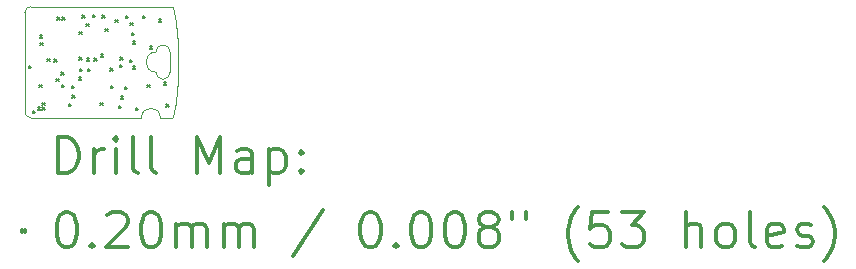
<source format=gbr>
%FSLAX45Y45*%
G04 Gerber Fmt 4.5, Leading zero omitted, Abs format (unit mm)*
G04 Created by KiCad (PCBNEW (5.0.1)-3) date 04/09/19 12:41:31*
%MOMM*%
%LPD*%
G01*
G04 APERTURE LIST*
%ADD10C,0.010000*%
%ADD11C,0.050000*%
%ADD12C,0.200000*%
%ADD13C,0.300000*%
G04 APERTURE END LIST*
D10*
X2932500Y-2265000D02*
G75*
G02X2812500Y-2265000I-60000J0D01*
G01*
X2932500Y-2095000D02*
G75*
G03X2812500Y-2095000I-60000J0D01*
G01*
X2812500Y-2095000D02*
G75*
G03X2812500Y-2265000I0J-85000D01*
G01*
D11*
X2850000Y-2650000D02*
G75*
G03X2690000Y-2650000I-80000J0D01*
G01*
X2850000Y-2650000D02*
X2952500Y-2650000D01*
D10*
X2932500Y-2095000D02*
X2932500Y-2265000D01*
D11*
X1752500Y-1710000D02*
G75*
G03X1702500Y-1760000I0J-50000D01*
G01*
X1702500Y-2600000D02*
G75*
G03X1752500Y-2650000I50000J0D01*
G01*
X1702500Y-1760000D02*
X1702500Y-2600000D01*
X2952500Y-1710000D02*
X1752500Y-1710000D01*
X1752500Y-2650000D02*
X2690000Y-2650000D01*
X3002500Y-2180000D02*
X3002500Y-2167000D01*
X3002500Y-2167000D02*
X3002500Y-2153000D01*
X3002500Y-2153000D02*
X3002500Y-2140000D01*
X3002500Y-2140000D02*
X3002500Y-2126000D01*
X3002500Y-2126000D02*
X3001500Y-2113000D01*
X3001500Y-2113000D02*
X3001500Y-2099000D01*
X3001500Y-2099000D02*
X3001500Y-2086000D01*
X3001500Y-2086000D02*
X3000500Y-2073000D01*
X3000500Y-2073000D02*
X3000500Y-2059000D01*
X3000500Y-2059000D02*
X2999500Y-2046000D01*
X2999500Y-2046000D02*
X2998500Y-2033000D01*
X2998500Y-2033000D02*
X2998500Y-2020000D01*
X2998500Y-2020000D02*
X2997500Y-2007000D01*
X2997500Y-2007000D02*
X2996500Y-1995000D01*
X2996500Y-1995000D02*
X2995500Y-1982000D01*
X2995500Y-1982000D02*
X2994500Y-1970000D01*
X2994500Y-1970000D02*
X2993500Y-1957000D01*
X2993500Y-1957000D02*
X2992500Y-1945000D01*
X2992500Y-1945000D02*
X2991500Y-1933000D01*
X2991500Y-1933000D02*
X2990500Y-1921000D01*
X2990500Y-1921000D02*
X2989500Y-1909000D01*
X2989500Y-1909000D02*
X2988500Y-1897000D01*
X2988500Y-1897000D02*
X2986500Y-1886000D01*
X2986500Y-1886000D02*
X2985500Y-1874000D01*
X2985500Y-1874000D02*
X2984500Y-1863000D01*
X2984500Y-1863000D02*
X2982500Y-1852000D01*
X2982500Y-1852000D02*
X2981500Y-1842000D01*
X2981500Y-1842000D02*
X2979500Y-1831000D01*
X2979500Y-1831000D02*
X2978500Y-1821000D01*
X2978500Y-1821000D02*
X2976500Y-1811000D01*
X2976500Y-1811000D02*
X2974500Y-1801000D01*
X2974500Y-1801000D02*
X2973500Y-1791000D01*
X2973500Y-1791000D02*
X2971500Y-1782000D01*
X2971500Y-1782000D02*
X2969500Y-1772000D01*
X2969500Y-1772000D02*
X2967500Y-1764000D01*
X2967500Y-1764000D02*
X2965500Y-1755000D01*
X2965500Y-1755000D02*
X2964500Y-1746000D01*
X2964500Y-1746000D02*
X2962500Y-1738000D01*
X2962500Y-1738000D02*
X2960500Y-1730000D01*
X2960500Y-1730000D02*
X2958500Y-1723000D01*
X2958500Y-1723000D02*
X2955500Y-1715000D01*
X2955500Y-1715000D02*
X2952500Y-1710000D01*
X2952500Y-2650000D02*
X2955500Y-2645000D01*
X2955500Y-2645000D02*
X2958500Y-2637000D01*
X2958500Y-2637000D02*
X2960500Y-2630000D01*
X2960500Y-2630000D02*
X2962500Y-2622000D01*
X2962500Y-2622000D02*
X2964500Y-2614000D01*
X2964500Y-2614000D02*
X2965500Y-2605000D01*
X2965500Y-2605000D02*
X2967500Y-2596000D01*
X2967500Y-2596000D02*
X2969500Y-2588000D01*
X2969500Y-2588000D02*
X2971500Y-2578000D01*
X2971500Y-2578000D02*
X2973500Y-2569000D01*
X2973500Y-2569000D02*
X2974500Y-2559000D01*
X2974500Y-2559000D02*
X2976500Y-2549000D01*
X2976500Y-2549000D02*
X2978500Y-2539000D01*
X2978500Y-2539000D02*
X2979500Y-2529000D01*
X2979500Y-2529000D02*
X2981500Y-2518000D01*
X2981500Y-2518000D02*
X2982500Y-2508000D01*
X2982500Y-2508000D02*
X2984500Y-2497000D01*
X2984500Y-2497000D02*
X2985500Y-2486000D01*
X2985500Y-2486000D02*
X2986500Y-2474000D01*
X2986500Y-2474000D02*
X2988500Y-2463000D01*
X2988500Y-2463000D02*
X2989500Y-2451000D01*
X2989500Y-2451000D02*
X2990500Y-2439000D01*
X2990500Y-2439000D02*
X2991500Y-2427000D01*
X2991500Y-2427000D02*
X2992500Y-2415000D01*
X2992500Y-2415000D02*
X2993500Y-2403000D01*
X2993500Y-2403000D02*
X2994500Y-2390000D01*
X2994500Y-2390000D02*
X2995500Y-2378000D01*
X2995500Y-2378000D02*
X2996500Y-2365000D01*
X2996500Y-2365000D02*
X2997500Y-2353000D01*
X2997500Y-2353000D02*
X2998500Y-2340000D01*
X2998500Y-2340000D02*
X2998500Y-2327000D01*
X2998500Y-2327000D02*
X2999500Y-2314000D01*
X2999500Y-2314000D02*
X3000500Y-2301000D01*
X3000500Y-2301000D02*
X3000500Y-2287000D01*
X3000500Y-2287000D02*
X3001500Y-2274000D01*
X3001500Y-2274000D02*
X3001500Y-2261000D01*
X3001500Y-2261000D02*
X3001500Y-2247000D01*
X3001500Y-2247000D02*
X3002500Y-2234000D01*
X3002500Y-2234000D02*
X3002500Y-2220000D01*
X3002500Y-2220000D02*
X3002500Y-2207000D01*
X3002500Y-2207000D02*
X3002500Y-2193000D01*
X3002500Y-2193000D02*
X3002500Y-2180000D01*
D12*
X1735000Y-2212500D02*
X1755000Y-2232500D01*
X1755000Y-2212500D02*
X1735000Y-2232500D01*
X1770000Y-2592500D02*
X1790000Y-2612500D01*
X1790000Y-2592500D02*
X1770000Y-2612500D01*
X1810000Y-2562500D02*
X1830000Y-2582500D01*
X1830000Y-2562500D02*
X1810000Y-2582500D01*
X1825000Y-2375000D02*
X1845000Y-2395000D01*
X1845000Y-2375000D02*
X1825000Y-2395000D01*
X1830000Y-1952500D02*
X1850000Y-1972500D01*
X1850000Y-1952500D02*
X1830000Y-1972500D01*
X1832500Y-2017500D02*
X1852500Y-2037500D01*
X1852500Y-2017500D02*
X1832500Y-2037500D01*
X1850000Y-2522500D02*
X1870000Y-2542500D01*
X1870000Y-2522500D02*
X1850000Y-2542500D01*
X1850000Y-2562500D02*
X1870000Y-2582500D01*
X1870000Y-2562500D02*
X1850000Y-2582500D01*
X1892500Y-2152500D02*
X1912500Y-2172500D01*
X1912500Y-2152500D02*
X1892500Y-2172500D01*
X1952500Y-2155000D02*
X1972500Y-2175000D01*
X1972500Y-2155000D02*
X1952500Y-2175000D01*
X1970000Y-2320000D02*
X1990000Y-2340000D01*
X1990000Y-2320000D02*
X1970000Y-2340000D01*
X1977500Y-1800000D02*
X1997500Y-1820000D01*
X1997500Y-1800000D02*
X1977500Y-1820000D01*
X2012500Y-2267500D02*
X2032500Y-2287500D01*
X2032500Y-2267500D02*
X2012500Y-2287500D01*
X2015000Y-2372500D02*
X2035000Y-2392500D01*
X2035000Y-2372500D02*
X2015000Y-2392500D01*
X2020000Y-1800000D02*
X2040000Y-1820000D01*
X2040000Y-1800000D02*
X2020000Y-1820000D01*
X2077500Y-2532500D02*
X2097500Y-2552500D01*
X2097500Y-2532500D02*
X2077500Y-2552500D01*
X2100000Y-2380000D02*
X2120000Y-2400000D01*
X2120000Y-2380000D02*
X2100000Y-2400000D01*
X2105000Y-2462500D02*
X2125000Y-2482500D01*
X2125000Y-2462500D02*
X2105000Y-2482500D01*
X2160000Y-2310000D02*
X2180000Y-2330000D01*
X2180000Y-2310000D02*
X2160000Y-2330000D01*
X2162500Y-2140000D02*
X2182500Y-2160000D01*
X2182500Y-2140000D02*
X2162500Y-2160000D01*
X2165000Y-1922500D02*
X2185000Y-1942500D01*
X2185000Y-1922500D02*
X2165000Y-1942500D01*
X2170000Y-2235000D02*
X2190000Y-2255000D01*
X2190000Y-2235000D02*
X2170000Y-2255000D01*
X2190000Y-1782500D02*
X2210000Y-1802500D01*
X2210000Y-1782500D02*
X2190000Y-1802500D01*
X2224000Y-1858500D02*
X2244000Y-1878500D01*
X2244000Y-1858500D02*
X2224000Y-1878500D01*
X2230000Y-2147500D02*
X2250000Y-2167500D01*
X2250000Y-2147500D02*
X2230000Y-2167500D01*
X2235000Y-2237500D02*
X2255000Y-2257500D01*
X2255000Y-2237500D02*
X2235000Y-2257500D01*
X2278000Y-1779500D02*
X2298000Y-1799500D01*
X2298000Y-1779500D02*
X2278000Y-1799500D01*
X2290000Y-2147500D02*
X2310000Y-2167500D01*
X2310000Y-2147500D02*
X2290000Y-2167500D01*
X2342500Y-2527500D02*
X2362500Y-2547500D01*
X2362500Y-2527500D02*
X2342500Y-2547500D01*
X2345000Y-2115000D02*
X2365000Y-2135000D01*
X2365000Y-2115000D02*
X2345000Y-2135000D01*
X2359000Y-1785500D02*
X2379000Y-1805500D01*
X2379000Y-1785500D02*
X2359000Y-1805500D01*
X2383000Y-1899500D02*
X2403000Y-1919500D01*
X2403000Y-1899500D02*
X2383000Y-1919500D01*
X2425000Y-2232500D02*
X2445000Y-2252500D01*
X2445000Y-2232500D02*
X2425000Y-2252500D01*
X2430000Y-2380000D02*
X2450000Y-2400000D01*
X2450000Y-2380000D02*
X2430000Y-2400000D01*
X2470000Y-1824500D02*
X2490000Y-1844500D01*
X2490000Y-1824500D02*
X2470000Y-1844500D01*
X2497500Y-2552500D02*
X2517500Y-2572500D01*
X2517500Y-2552500D02*
X2497500Y-2572500D01*
X2505000Y-2205000D02*
X2525000Y-2225000D01*
X2525000Y-2205000D02*
X2505000Y-2225000D01*
X2510000Y-2140000D02*
X2530000Y-2160000D01*
X2530000Y-2140000D02*
X2510000Y-2160000D01*
X2517500Y-2470000D02*
X2537500Y-2490000D01*
X2537500Y-2470000D02*
X2517500Y-2490000D01*
X2547500Y-2387500D02*
X2567500Y-2407500D01*
X2567500Y-2387500D02*
X2547500Y-2407500D01*
X2560000Y-1787500D02*
X2580000Y-1807500D01*
X2580000Y-1787500D02*
X2560000Y-1807500D01*
X2592500Y-2160000D02*
X2612500Y-2180000D01*
X2612500Y-2160000D02*
X2592500Y-2180000D01*
X2595000Y-1847500D02*
X2615000Y-1867500D01*
X2615000Y-1847500D02*
X2595000Y-1867500D01*
X2607000Y-1932500D02*
X2627000Y-1952500D01*
X2627000Y-1932500D02*
X2607000Y-1952500D01*
X2616000Y-2005500D02*
X2636000Y-2025500D01*
X2636000Y-2005500D02*
X2616000Y-2025500D01*
X2617500Y-2215000D02*
X2637500Y-2235000D01*
X2637500Y-2215000D02*
X2617500Y-2235000D01*
X2642500Y-2565000D02*
X2662500Y-2585000D01*
X2662500Y-2565000D02*
X2642500Y-2585000D01*
X2700000Y-1787500D02*
X2720000Y-1807500D01*
X2720000Y-1787500D02*
X2700000Y-1807500D01*
X2740000Y-2372500D02*
X2760000Y-2392500D01*
X2760000Y-2372500D02*
X2740000Y-2392500D01*
X2760000Y-2045000D02*
X2780000Y-2065000D01*
X2780000Y-2045000D02*
X2760000Y-2065000D01*
X2835000Y-1817500D02*
X2855000Y-1837500D01*
X2855000Y-1817500D02*
X2835000Y-1837500D01*
X2880000Y-2352500D02*
X2900000Y-2372500D01*
X2900000Y-2352500D02*
X2880000Y-2372500D01*
X2901000Y-2538500D02*
X2921000Y-2558500D01*
X2921000Y-2538500D02*
X2901000Y-2558500D01*
D13*
X1986428Y-3118214D02*
X1986428Y-2818214D01*
X2057857Y-2818214D01*
X2100714Y-2832500D01*
X2129286Y-2861071D01*
X2143571Y-2889643D01*
X2157857Y-2946786D01*
X2157857Y-2989643D01*
X2143571Y-3046786D01*
X2129286Y-3075357D01*
X2100714Y-3103929D01*
X2057857Y-3118214D01*
X1986428Y-3118214D01*
X2286428Y-3118214D02*
X2286428Y-2918214D01*
X2286428Y-2975357D02*
X2300714Y-2946786D01*
X2315000Y-2932500D01*
X2343571Y-2918214D01*
X2372143Y-2918214D01*
X2472143Y-3118214D02*
X2472143Y-2918214D01*
X2472143Y-2818214D02*
X2457857Y-2832500D01*
X2472143Y-2846786D01*
X2486428Y-2832500D01*
X2472143Y-2818214D01*
X2472143Y-2846786D01*
X2657857Y-3118214D02*
X2629286Y-3103929D01*
X2615000Y-3075357D01*
X2615000Y-2818214D01*
X2815000Y-3118214D02*
X2786428Y-3103929D01*
X2772143Y-3075357D01*
X2772143Y-2818214D01*
X3157857Y-3118214D02*
X3157857Y-2818214D01*
X3257857Y-3032500D01*
X3357857Y-2818214D01*
X3357857Y-3118214D01*
X3629286Y-3118214D02*
X3629286Y-2961071D01*
X3615000Y-2932500D01*
X3586428Y-2918214D01*
X3529286Y-2918214D01*
X3500714Y-2932500D01*
X3629286Y-3103929D02*
X3600714Y-3118214D01*
X3529286Y-3118214D01*
X3500714Y-3103929D01*
X3486428Y-3075357D01*
X3486428Y-3046786D01*
X3500714Y-3018214D01*
X3529286Y-3003929D01*
X3600714Y-3003929D01*
X3629286Y-2989643D01*
X3772143Y-2918214D02*
X3772143Y-3218214D01*
X3772143Y-2932500D02*
X3800714Y-2918214D01*
X3857857Y-2918214D01*
X3886428Y-2932500D01*
X3900714Y-2946786D01*
X3915000Y-2975357D01*
X3915000Y-3061071D01*
X3900714Y-3089643D01*
X3886428Y-3103929D01*
X3857857Y-3118214D01*
X3800714Y-3118214D01*
X3772143Y-3103929D01*
X4043571Y-3089643D02*
X4057857Y-3103929D01*
X4043571Y-3118214D01*
X4029286Y-3103929D01*
X4043571Y-3089643D01*
X4043571Y-3118214D01*
X4043571Y-2932500D02*
X4057857Y-2946786D01*
X4043571Y-2961071D01*
X4029286Y-2946786D01*
X4043571Y-2932500D01*
X4043571Y-2961071D01*
X1680000Y-3602500D02*
X1700000Y-3622500D01*
X1700000Y-3602500D02*
X1680000Y-3622500D01*
X2043571Y-3448214D02*
X2072143Y-3448214D01*
X2100714Y-3462500D01*
X2115000Y-3476786D01*
X2129286Y-3505357D01*
X2143571Y-3562500D01*
X2143571Y-3633929D01*
X2129286Y-3691071D01*
X2115000Y-3719643D01*
X2100714Y-3733929D01*
X2072143Y-3748214D01*
X2043571Y-3748214D01*
X2015000Y-3733929D01*
X2000714Y-3719643D01*
X1986428Y-3691071D01*
X1972143Y-3633929D01*
X1972143Y-3562500D01*
X1986428Y-3505357D01*
X2000714Y-3476786D01*
X2015000Y-3462500D01*
X2043571Y-3448214D01*
X2272143Y-3719643D02*
X2286428Y-3733929D01*
X2272143Y-3748214D01*
X2257857Y-3733929D01*
X2272143Y-3719643D01*
X2272143Y-3748214D01*
X2400714Y-3476786D02*
X2415000Y-3462500D01*
X2443571Y-3448214D01*
X2515000Y-3448214D01*
X2543571Y-3462500D01*
X2557857Y-3476786D01*
X2572143Y-3505357D01*
X2572143Y-3533929D01*
X2557857Y-3576786D01*
X2386428Y-3748214D01*
X2572143Y-3748214D01*
X2757857Y-3448214D02*
X2786428Y-3448214D01*
X2815000Y-3462500D01*
X2829286Y-3476786D01*
X2843571Y-3505357D01*
X2857857Y-3562500D01*
X2857857Y-3633929D01*
X2843571Y-3691071D01*
X2829286Y-3719643D01*
X2815000Y-3733929D01*
X2786428Y-3748214D01*
X2757857Y-3748214D01*
X2729286Y-3733929D01*
X2715000Y-3719643D01*
X2700714Y-3691071D01*
X2686428Y-3633929D01*
X2686428Y-3562500D01*
X2700714Y-3505357D01*
X2715000Y-3476786D01*
X2729286Y-3462500D01*
X2757857Y-3448214D01*
X2986428Y-3748214D02*
X2986428Y-3548214D01*
X2986428Y-3576786D02*
X3000714Y-3562500D01*
X3029286Y-3548214D01*
X3072143Y-3548214D01*
X3100714Y-3562500D01*
X3115000Y-3591071D01*
X3115000Y-3748214D01*
X3115000Y-3591071D02*
X3129286Y-3562500D01*
X3157857Y-3548214D01*
X3200714Y-3548214D01*
X3229286Y-3562500D01*
X3243571Y-3591071D01*
X3243571Y-3748214D01*
X3386428Y-3748214D02*
X3386428Y-3548214D01*
X3386428Y-3576786D02*
X3400714Y-3562500D01*
X3429286Y-3548214D01*
X3472143Y-3548214D01*
X3500714Y-3562500D01*
X3515000Y-3591071D01*
X3515000Y-3748214D01*
X3515000Y-3591071D02*
X3529286Y-3562500D01*
X3557857Y-3548214D01*
X3600714Y-3548214D01*
X3629286Y-3562500D01*
X3643571Y-3591071D01*
X3643571Y-3748214D01*
X4229286Y-3433929D02*
X3972143Y-3819643D01*
X4615000Y-3448214D02*
X4643571Y-3448214D01*
X4672143Y-3462500D01*
X4686428Y-3476786D01*
X4700714Y-3505357D01*
X4715000Y-3562500D01*
X4715000Y-3633929D01*
X4700714Y-3691071D01*
X4686428Y-3719643D01*
X4672143Y-3733929D01*
X4643571Y-3748214D01*
X4615000Y-3748214D01*
X4586428Y-3733929D01*
X4572143Y-3719643D01*
X4557857Y-3691071D01*
X4543571Y-3633929D01*
X4543571Y-3562500D01*
X4557857Y-3505357D01*
X4572143Y-3476786D01*
X4586428Y-3462500D01*
X4615000Y-3448214D01*
X4843571Y-3719643D02*
X4857857Y-3733929D01*
X4843571Y-3748214D01*
X4829286Y-3733929D01*
X4843571Y-3719643D01*
X4843571Y-3748214D01*
X5043571Y-3448214D02*
X5072143Y-3448214D01*
X5100714Y-3462500D01*
X5115000Y-3476786D01*
X5129286Y-3505357D01*
X5143571Y-3562500D01*
X5143571Y-3633929D01*
X5129286Y-3691071D01*
X5115000Y-3719643D01*
X5100714Y-3733929D01*
X5072143Y-3748214D01*
X5043571Y-3748214D01*
X5015000Y-3733929D01*
X5000714Y-3719643D01*
X4986428Y-3691071D01*
X4972143Y-3633929D01*
X4972143Y-3562500D01*
X4986428Y-3505357D01*
X5000714Y-3476786D01*
X5015000Y-3462500D01*
X5043571Y-3448214D01*
X5329286Y-3448214D02*
X5357857Y-3448214D01*
X5386428Y-3462500D01*
X5400714Y-3476786D01*
X5415000Y-3505357D01*
X5429286Y-3562500D01*
X5429286Y-3633929D01*
X5415000Y-3691071D01*
X5400714Y-3719643D01*
X5386428Y-3733929D01*
X5357857Y-3748214D01*
X5329286Y-3748214D01*
X5300714Y-3733929D01*
X5286428Y-3719643D01*
X5272143Y-3691071D01*
X5257857Y-3633929D01*
X5257857Y-3562500D01*
X5272143Y-3505357D01*
X5286428Y-3476786D01*
X5300714Y-3462500D01*
X5329286Y-3448214D01*
X5600714Y-3576786D02*
X5572143Y-3562500D01*
X5557857Y-3548214D01*
X5543571Y-3519643D01*
X5543571Y-3505357D01*
X5557857Y-3476786D01*
X5572143Y-3462500D01*
X5600714Y-3448214D01*
X5657857Y-3448214D01*
X5686428Y-3462500D01*
X5700714Y-3476786D01*
X5715000Y-3505357D01*
X5715000Y-3519643D01*
X5700714Y-3548214D01*
X5686428Y-3562500D01*
X5657857Y-3576786D01*
X5600714Y-3576786D01*
X5572143Y-3591071D01*
X5557857Y-3605357D01*
X5543571Y-3633929D01*
X5543571Y-3691071D01*
X5557857Y-3719643D01*
X5572143Y-3733929D01*
X5600714Y-3748214D01*
X5657857Y-3748214D01*
X5686428Y-3733929D01*
X5700714Y-3719643D01*
X5715000Y-3691071D01*
X5715000Y-3633929D01*
X5700714Y-3605357D01*
X5686428Y-3591071D01*
X5657857Y-3576786D01*
X5829286Y-3448214D02*
X5829286Y-3505357D01*
X5943571Y-3448214D02*
X5943571Y-3505357D01*
X6386428Y-3862500D02*
X6372143Y-3848214D01*
X6343571Y-3805357D01*
X6329286Y-3776786D01*
X6315000Y-3733929D01*
X6300714Y-3662500D01*
X6300714Y-3605357D01*
X6315000Y-3533929D01*
X6329286Y-3491071D01*
X6343571Y-3462500D01*
X6372143Y-3419643D01*
X6386428Y-3405357D01*
X6643571Y-3448214D02*
X6500714Y-3448214D01*
X6486428Y-3591071D01*
X6500714Y-3576786D01*
X6529286Y-3562500D01*
X6600714Y-3562500D01*
X6629286Y-3576786D01*
X6643571Y-3591071D01*
X6657857Y-3619643D01*
X6657857Y-3691071D01*
X6643571Y-3719643D01*
X6629286Y-3733929D01*
X6600714Y-3748214D01*
X6529286Y-3748214D01*
X6500714Y-3733929D01*
X6486428Y-3719643D01*
X6757857Y-3448214D02*
X6943571Y-3448214D01*
X6843571Y-3562500D01*
X6886428Y-3562500D01*
X6915000Y-3576786D01*
X6929286Y-3591071D01*
X6943571Y-3619643D01*
X6943571Y-3691071D01*
X6929286Y-3719643D01*
X6915000Y-3733929D01*
X6886428Y-3748214D01*
X6800714Y-3748214D01*
X6772143Y-3733929D01*
X6757857Y-3719643D01*
X7300714Y-3748214D02*
X7300714Y-3448214D01*
X7429286Y-3748214D02*
X7429286Y-3591071D01*
X7415000Y-3562500D01*
X7386428Y-3548214D01*
X7343571Y-3548214D01*
X7315000Y-3562500D01*
X7300714Y-3576786D01*
X7615000Y-3748214D02*
X7586428Y-3733929D01*
X7572143Y-3719643D01*
X7557857Y-3691071D01*
X7557857Y-3605357D01*
X7572143Y-3576786D01*
X7586428Y-3562500D01*
X7615000Y-3548214D01*
X7657857Y-3548214D01*
X7686428Y-3562500D01*
X7700714Y-3576786D01*
X7715000Y-3605357D01*
X7715000Y-3691071D01*
X7700714Y-3719643D01*
X7686428Y-3733929D01*
X7657857Y-3748214D01*
X7615000Y-3748214D01*
X7886428Y-3748214D02*
X7857857Y-3733929D01*
X7843571Y-3705357D01*
X7843571Y-3448214D01*
X8115000Y-3733929D02*
X8086428Y-3748214D01*
X8029286Y-3748214D01*
X8000714Y-3733929D01*
X7986428Y-3705357D01*
X7986428Y-3591071D01*
X8000714Y-3562500D01*
X8029286Y-3548214D01*
X8086428Y-3548214D01*
X8115000Y-3562500D01*
X8129286Y-3591071D01*
X8129286Y-3619643D01*
X7986428Y-3648214D01*
X8243571Y-3733929D02*
X8272143Y-3748214D01*
X8329286Y-3748214D01*
X8357857Y-3733929D01*
X8372143Y-3705357D01*
X8372143Y-3691071D01*
X8357857Y-3662500D01*
X8329286Y-3648214D01*
X8286428Y-3648214D01*
X8257857Y-3633929D01*
X8243571Y-3605357D01*
X8243571Y-3591071D01*
X8257857Y-3562500D01*
X8286428Y-3548214D01*
X8329286Y-3548214D01*
X8357857Y-3562500D01*
X8472143Y-3862500D02*
X8486428Y-3848214D01*
X8515000Y-3805357D01*
X8529286Y-3776786D01*
X8543571Y-3733929D01*
X8557857Y-3662500D01*
X8557857Y-3605357D01*
X8543571Y-3533929D01*
X8529286Y-3491071D01*
X8515000Y-3462500D01*
X8486428Y-3419643D01*
X8472143Y-3405357D01*
M02*

</source>
